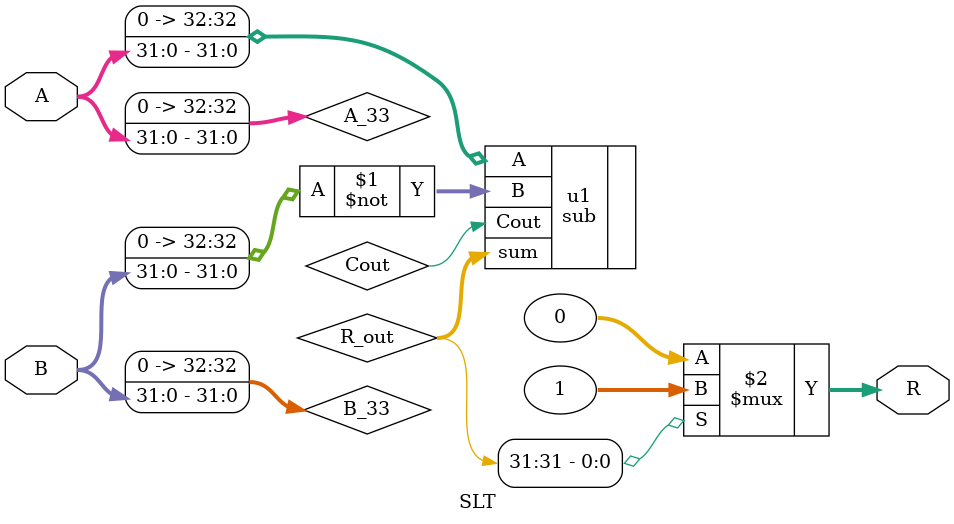
<source format=v>
module SLT(
    input signed [31:0] A,
    input signed [31:0] B,
    //input [2:0] Control_Signals,
    output [31:0] R

    );
    wire [32:0] R_out;
    wire Cout;
    wire [32:0] A_33, B_33;

    assign A_33 = {1'b0, A};
    assign B_33 = {1'b0, B};

    sub #(.WIDTH(33))  u1(.A(A_33),.B(~B_33),.Cout(Cout),.sum(R_out));

    assign R = R_out[31] ? 1 : 0 ;

endmodule
</source>
